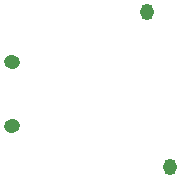
<source format=gbs>
G04 Layer_Color=16711935*
%FSTAX42Y42*%
%MOMM*%
G71*
G01*
G75*
G04:AMPARAMS|DCode=15|XSize=1.14mm|YSize=1.39mm|CornerRadius=0mm|HoleSize=0mm|Usage=FLASHONLY|Rotation=80.000|XOffset=0mm|YOffset=0mm|HoleType=Round|Shape=Round|*
%AMOVALD15*
21,1,0.25,1.14,0.00,0.00,170.0*
1,1,1.14,0.12,-0.02*
1,1,1.14,-0.12,0.02*
%
%ADD15OVALD15*%

G04:AMPARAMS|DCode=16|XSize=1.14mm|YSize=1.39mm|CornerRadius=0mm|HoleSize=0mm|Usage=FLASHONLY|Rotation=2.000|XOffset=0mm|YOffset=0mm|HoleType=Round|Shape=Round|*
%AMOVALD16*
21,1,0.25,1.14,0.00,0.00,92.0*
1,1,1.14,0.00,-0.12*
1,1,1.14,-0.00,0.12*
%
%ADD16OVALD16*%

G04:AMPARAMS|DCode=17|XSize=1.14mm|YSize=1.39mm|CornerRadius=0mm|HoleSize=0mm|Usage=FLASHONLY|Rotation=280.000|XOffset=0mm|YOffset=0mm|HoleType=Round|Shape=Round|*
%AMOVALD17*
21,1,0.25,1.14,0.00,0.00,10.0*
1,1,1.14,-0.12,-0.02*
1,1,1.14,0.12,0.02*
%
%ADD17OVALD17*%

D15*
X02704Y026944D02*
D03*
D16*
X02818Y027363D02*
D03*
X02837Y026057D02*
D03*
D17*
X02704Y026397D02*
D03*
M02*

</source>
